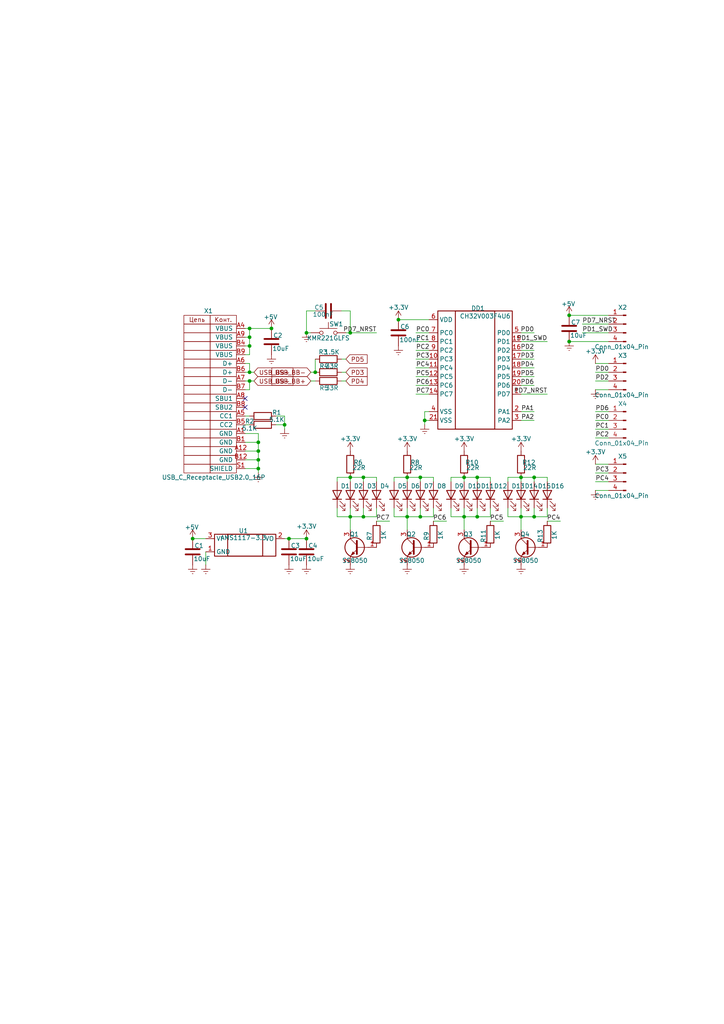
<source format=kicad_sch>
(kicad_sch (version 20250114) (generator "eeschema") (generator_version "9.0")
  (paper "A4" portrait)
  (lib_symbols
    (symbol "Connector:Conn_01x04_Pin" (pin_names (offset 1.016) (hide yes))
      (property "Reference" "J" (at 0 5.08 0))
      (property "Value" "Conn_01x04_Pin" (at 0 -7.62 0))
      (symbol "Conn_01x04_Pin_1_1"
        (rectangle (start 0.8636 2.667) (end 0 2.413) (stroke (width 0.1524)) (fill (type outline)))
        (rectangle (start 0.8636 0.127) (end 0 -0.127) (stroke (width 0.1524)) (fill (type outline)))
        (rectangle (start 0.8636 -2.413) (end 0 -2.667) (stroke (width 0.1524)) (fill (type outline)))
        (rectangle (start 0.8636 -4.953) (end 0 -5.207) (stroke (width 0.1524)) (fill (type outline)))
        (polyline (pts (xy 1.27 2.54) (xy 0.8636 2.54)) (stroke (width 0.1524)))
        (polyline (pts (xy 1.27 0) (xy 0.8636 0)) (stroke (width 0.1524)))
        (polyline (pts (xy 1.27 -2.54) (xy 0.8636 -2.54)) (stroke (width 0.1524)))
        (polyline (pts (xy 1.27 -5.08) (xy 0.8636 -5.08)) (stroke (width 0.1524)))
        (pin passive line (at 5.08 2.54 180) (length 3.81) (name "Pin_1") (number "1"))
        (pin passive line (at 5.08 0 180) (length 3.81) (name "Pin_2") (number "2"))
        (pin passive line (at 5.08 -2.54 180) (length 3.81) (name "Pin_3") (number "3"))
        (pin passive line (at 5.08 -5.08 180) (length 3.81) (name "Pin_4") (number "4"))
      )
    )
    (symbol "Device:C" (pin_numbers (hide yes)) (pin_names (offset 0.254))
      (property "Reference" "C" (at 0.635 2.54 0))
      (property "Value" "C" (at 0.635 -2.54 0))
      (symbol "C_0_1"
        (polyline (pts (xy -2.032 0.762) (xy 2.032 0.762)) (stroke (width 0.508)))
        (polyline (pts (xy -2.032 -0.762) (xy 2.032 -0.762)) (stroke (width 0.508)))
      )
      (symbol "C_1_1"
        (pin passive line (at 0 3.81 270) (length 2.794) (name "~") (number "1"))
        (pin passive line (at 0 -3.81 90) (length 2.794) (name "~") (number "2"))
      )
    )
    (symbol "Device:LED" (pin_numbers (hide yes)) (pin_names (offset 1.016) (hide yes))
      (property "Reference" "D" (at 0 2.54 0))
      (property "Value" "LED" (at 0 -2.54 0))
      (symbol "LED_0_1"
        (polyline (pts (xy -3.048 -0.762) (xy -4.572 -2.286) (xy -3.81 -2.286) (xy -4.572 -2.286) (xy -4.572 -1.524)))
        (polyline (pts (xy -1.778 -0.762) (xy -3.302 -2.286) (xy -2.54 -2.286) (xy -3.302 -2.286) (xy -3.302 -1.524)))
        (polyline (pts (xy -1.27 0) (xy 1.27 0)))
        (polyline (pts (xy -1.27 -1.27) (xy -1.27 1.27)) (stroke (width 0.254)))
        (polyline (pts (xy 1.27 -1.27) (xy 1.27 1.27) (xy -1.27 0) (xy 1.27 -1.27)) (stroke (width 0.254)))
      )
      (symbol "LED_1_1"
        (pin passive line (at -3.81 0 0) (length 2.54) (name "K") (number "1"))
        (pin passive line (at 3.81 0 180) (length 2.54) (name "A") (number "2"))
      )
    )
    (symbol "Device:R" (pin_numbers (hide yes)) (pin_names (offset 0))
      (property "Reference" "R" (at 2.032 0 90))
      (property "Value" "R" (at 0 0 90))
      (symbol "R_0_1"
        (rectangle (start -1.016 -2.54) (end 1.016 2.54) (stroke (width 0.254)))
      )
      (symbol "R_1_1"
        (pin passive line (at 0 3.81 270) (length 1.27) (name "~") (number "1"))
        (pin passive line (at 0 -3.81 90) (length 1.27) (name "~") (number "2"))
      )
    )
    (symbol "MCU_WCH_CH32V0:CH32V003FxUx"
      (property "Reference" "DD1" (at 0.762 19.812 0))
      (property "Value" "CH32V003F4U6" (at -2.54 17.526 0))
      (symbol "CH32V003FxUx_1_1"
        (rectangle (start -8.89 19.05) (end 12.7 -15.24) (stroke (width 0.254)))
        (rectangle (start -3.81 19.05) (end 7.62 -15.24) (stroke (width 0.254)))
        (pin power_in line (at -11.43 16.51 0) (length 2.54) (name "VDD") (number "6"))
        (pin bidirectional line (at -11.43 12.7 0) (length 2.54) (name "PC0") (number "7"))
        (pin bidirectional line (at -11.43 10.16 0) (length 2.54) (name "PC1") (number "8"))
        (pin bidirectional line (at -11.43 7.62 0) (length 2.54) (name "PC2") (number "9"))
        (pin bidirectional line (at -11.43 5.08 0) (length 2.54) (name "PC3") (number "10"))
        (pin bidirectional line (at -11.43 2.54 0) (length 2.54) (name "PC4") (number "11"))
        (pin bidirectional line (at -11.43 0 0) (length 2.54) (name "PC5") (number "12"))
        (pin bidirectional line (at -11.43 -2.54 0) (length 2.54) (name "PC6") (number "13"))
        (pin bidirectional line (at -11.43 -5.08 0) (length 2.54) (name "PC7") (number "14"))
        (pin power_in line (at -11.43 -10.16 0) (length 2.54) (name "VSS") (number "4"))
        (pin passive line (at -11.43 -12.7 0) (length 2.54) (name "VSS") (number "21"))
        (pin bidirectional line (at 15.24 12.7 180) (length 2.54) (name "PD0") (number "5"))
        (pin bidirectional line (at 15.24 10.16 180) (length 2.54) (name "PD1") (number "15"))
        (pin bidirectional line (at 15.24 7.62 180) (length 2.54) (name "PD2") (number "16"))
        (pin bidirectional line (at 15.24 5.08 180) (length 2.54) (name "PD3") (number "17"))
        (pin bidirectional line (at 15.24 2.54 180) (length 2.54) (name "PD4") (number "18"))
        (pin bidirectional line (at 15.24 0 180) (length 2.54) (name "PD5") (number "19"))
        (pin bidirectional line (at 15.24 -2.54 180) (length 2.54) (name "PD6") (number "20"))
        (pin bidirectional line (at 15.24 -5.08 180) (length 2.54) (name "PD7") (number "1"))
        (pin bidirectional line (at 15.24 -10.16 180) (length 2.54) (name "PA1") (number "2"))
        (pin bidirectional line (at 15.24 -12.7 180) (length 2.54) (name "PA2") (number "3"))
      )
    )
    (symbol "Regulator_Linear:AMS1117-3.3"
      (property "Reference" "U2" (at 0.762 3.556 0))
      (property "Value" "AMS1117-3.3" (at 0.762 1.524 0))
      (symbol "AMS1117-3.3_0_1"
        (rectangle (start -7.62 2.54) (end 10.16 -3.81) (stroke (width 0.254)))
        (rectangle (start -3.81 2.54) (end 6.35 -3.81) (stroke (width 0.254)))
      )
      (symbol "AMS1117-3.3_1_1"
        (pin power_in line (at -10.16 1.27 0) (length 2.54) (name "VI") (number "3"))
        (pin power_in line (at -10.16 -2.54 0) (length 2.54) (name "GND") (number "1"))
        (pin power_out line (at 12.7 1.27 180) (length 2.54) (name "VO") (number "2"))
      )
    )
    (symbol "Switch:SW_Push" (pin_numbers (hide yes)) (pin_names (offset 1.016) (hide yes))
      (property "Reference" "SW" (at 1.27 2.54 0))
      (property "Value" "SW_Push" (at 0 -1.524 0))
      (symbol "SW_Push_0_1"
        (circle (center -2.032 0) (radius 0.508))
        (polyline (pts (xy 0 1.27) (xy 0 3.048)))
        (circle (center 2.032 0) (radius 0.508))
        (polyline (pts (xy 2.54 1.27) (xy -2.54 1.27)))
        (pin passive line (at -5.08 0 0) (length 2.54) (name "1") (number "1"))
        (pin passive line (at 5.08 0 180) (length 2.54) (name "2") (number "2"))
      )
    )
    (symbol "Transistor_BJT:SS8050" (pin_names (offset 0) (hide yes))
      (property "Reference" "Q" (at 5.08 1.905 0))
      (property "Value" "SS8050" (at 5.08 0 0))
      (symbol "SS8050_0_1"
        (polyline (pts (xy -2.54 0) (xy 0.635 0)))
        (polyline (pts (xy 0.635 1.905) (xy 0.635 -1.905)) (stroke (width 0.508)))
        (circle (center 1.27 0) (radius 2.8194) (stroke (width 0.254)))
      )
      (symbol "SS8050_1_1"
        (polyline (pts (xy 0.635 0.635) (xy 2.54 2.54)))
        (polyline (pts (xy 0.635 -0.635) (xy 2.54 -2.54)))
        (polyline (pts (xy 1.27 -1.778) (xy 1.778 -1.27) (xy 2.286 -2.286) (xy 1.27 -1.778)) (fill (type outline)))
        (pin input line (at -5.08 0 0) (length 2.54) (name "B") (number "1"))
        (pin passive line (at 2.54 5.08 270) (length 2.54) (name "C") (number "3"))
        (pin passive line (at 2.54 -5.08 90) (length 2.54) (name "E") (number "2"))
      )
    )
    (symbol "USB_C_Receptacle_USB2.0_16P_1" (pin_names (offset 1.016))
      (property "Reference" "X2" (at 2.032 20.32 0))
      (property "Value" "USB_C_Receptacle_USB2.0_16P" (at 3.556 -27.94 0))
      (symbol "USB_C_Receptacle_USB2.0_16P_1_0_1"
        (rectangle (start -5.08 19.05) (end 2.54 16.51))
        (rectangle (start -5.08 16.51) (end 2.54 13.97))
        (rectangle (start -5.08 13.97) (end 2.54 11.43))
        (rectangle (start -5.08 11.43) (end 2.54 8.89))
        (rectangle (start -5.08 8.89) (end 2.54 6.35))
        (rectangle (start -5.08 6.35) (end 2.54 3.81))
        (rectangle (start -5.08 3.81) (end 2.54 1.27))
        (rectangle (start -5.08 1.27) (end 2.54 -1.27))
        (rectangle (start -5.08 -1.27) (end 2.54 -3.81))
        (rectangle (start -5.08 -3.81) (end 2.54 -6.35))
        (rectangle (start -5.08 -6.35) (end 2.54 -8.89))
        (rectangle (start -5.08 -8.89) (end 2.54 -11.43))
        (rectangle (start -5.08 -11.43) (end 2.54 -13.97))
        (rectangle (start -5.08 -13.97) (end 2.54 -16.51))
        (rectangle (start -5.08 -16.51) (end 2.54 -19.05))
        (rectangle (start -5.08 -19.05) (end 2.54 -21.59))
        (rectangle (start -5.08 -21.59) (end 2.54 -24.13))
        (rectangle (start -5.08 -24.13) (end 2.54 -26.67))
        (rectangle (start 2.54 19.05) (end 10.16 16.51))
        (rectangle (start 2.54 16.51) (end 10.16 13.97))
        (rectangle (start 2.54 13.97) (end 10.16 11.43))
        (rectangle (start 2.54 11.43) (end 10.16 8.89))
        (rectangle (start 2.54 8.89) (end 10.16 6.35))
        (rectangle (start 2.54 6.35) (end 10.16 3.81))
        (rectangle (start 2.54 3.81) (end 10.16 1.27))
        (rectangle (start 2.54 1.27) (end 10.16 -1.27))
        (rectangle (start 2.54 -1.27) (end 10.16 -3.81))
        (rectangle (start 2.54 -3.81) (end 10.16 -6.35))
        (rectangle (start 2.54 -6.35) (end 10.16 -8.89))
        (rectangle (start 2.54 -8.89) (end 10.16 -11.43))
        (rectangle (start 2.54 -11.43) (end 10.16 -13.97))
        (rectangle (start 2.54 -13.97) (end 10.16 -16.51))
        (rectangle (start 2.54 -16.51) (end 10.16 -19.05))
        (rectangle (start 2.54 -19.05) (end 10.16 -21.59))
        (rectangle (start 2.54 -21.59) (end 10.16 -24.13))
        (rectangle (start 2.54 -24.13) (end 10.16 -26.67))
      )
      (symbol "USB_C_Receptacle_USB2.0_16P_1_1_1"
        (text "Цепь" (at -1.27 17.78 0) (effects (font (size 1.27 1.27))))
        (text "Конт." (at 6.35 17.78 0) (effects (font (size 1.27 1.27))))
        (pin passive line (at 12.7 15.24 180) (length 2.54) (name "VBUS") (number "A4"))
        (pin passive line (at 12.7 12.7 180) (length 2.54) (name "VBUS") (number "A9"))
        (pin passive line (at 12.7 10.16 180) (length 2.54) (name "VBUS") (number "B4"))
        (pin passive line (at 12.7 7.62 180) (length 2.54) (name "VBUS") (number "B9"))
        (pin bidirectional line (at 12.7 5.08 180) (length 2.54) (name "D+") (number "A6"))
        (pin bidirectional line (at 12.7 2.54 180) (length 2.54) (name "D+") (number "B6"))
        (pin bidirectional line (at 12.7 0 180) (length 2.54) (name "D-") (number "A7"))
        (pin bidirectional line (at 12.7 -2.54 180) (length 2.54) (name "D-") (number "B7"))
        (pin bidirectional line (at 12.7 -5.08 180) (length 2.54) (name "SBU1") (number "A8"))
        (pin bidirectional line (at 12.7 -7.62 180) (length 2.54) (name "SBU2") (number "B8"))
        (pin bidirectional line (at 12.7 -10.16 180) (length 2.54) (name "CC1") (number "A5"))
        (pin bidirectional line (at 12.7 -12.7 180) (length 2.54) (name "CC2") (number "B5"))
        (pin input line (at 12.7 -15.24 180) (length 2.54) (name "GND") (number "A1"))
        (pin input line (at 12.7 -17.78 180) (length 2.54) (name "GND") (number "B1"))
        (pin input line (at 12.7 -20.32 180) (length 2.54) (name "GND") (number "A12"))
        (pin input line (at 12.7 -22.86 180) (length 2.54) (name "GND") (number "B12"))
        (pin passive line (at 12.7 -25.4 180) (length 2.54) (name "SHIELD") (number "S1"))
      )
    )
    (symbol "power:+3.3V" (power) (pin_numbers (hide yes)) (pin_names (offset 0) (hide yes))
      (property "Value" "+3.3V" (at 0 3.556 0))
      (symbol "+3.3V_0_1"
        (polyline (pts (xy -0.762 1.27) (xy 0 2.54)))
        (polyline (pts (xy 0 2.54) (xy 0.762 1.27)))
        (polyline (pts (xy 0 0) (xy 0 2.54)))
      )
      (symbol "+3.3V_1_1"
        (pin power_in line (at 0 0 90) (length 0) (name "~") (number "1"))
      )
    )
    (symbol "power:Earth" (power) (pin_numbers (hide yes)) (pin_names (offset 0) (hide yes))
      (property "Value" "Earth" (at 0 -3.81 0))
      (symbol "Earth_0_1"
        (polyline (pts (xy -0.635 -1.905) (xy 0.635 -1.905)))
        (polyline (pts (xy -0.127 -2.54) (xy 0.127 -2.54)))
        (polyline (pts (xy 0 -1.27) (xy 0 0)))
        (polyline (pts (xy 1.27 -1.27) (xy -1.27 -1.27)))
      )
      (symbol "Earth_1_1"
        (pin power_in line (at 0 0 270) (length 0) (name "~") (number "1"))
      )
    )
  )
  (junction (at 151.13 149.86))
  (junction (at 88.9 96.52))
  (junction (at 134.62 138.43))
  (junction (at 74.93 130.81))
  (junction (at 72.39 97.79))
  (junction (at 82.55 123.19))
  (junction (at 118.11 138.43))
  (junction (at 165.1 99.06))
  (junction (at 78.74 95.25))
  (junction (at 138.43 138.43))
  (junction (at 134.62 149.86))
  (junction (at 121.92 138.43))
  (junction (at 154.94 138.43))
  (junction (at 83.82 156.21))
  (junction (at 72.39 107.95))
  (junction (at 118.11 149.86))
  (junction (at 121.92 149.86))
  (junction (at 74.93 133.35))
  (junction (at 165.1 91.44))
  (junction (at 138.43 149.86))
  (junction (at 101.6 138.43))
  (junction (at 91.44 107.95))
  (junction (at 88.9 156.21))
  (junction (at 72.39 110.49))
  (junction (at 151.13 138.43))
  (junction (at 154.94 149.86))
  (junction (at 74.93 128.27))
  (junction (at 105.41 138.43))
  (junction (at 101.6 149.86))
  (junction (at 105.41 149.86))
  (junction (at 72.39 95.25))
  (junction (at 55.88 156.21))
  (junction (at 101.6 96.52))
  (junction (at 123.19 121.92))
  (junction (at 74.93 135.89))
  (junction (at 72.39 100.33))
  (junction (at 115.57 92.71))
  (no_connect (at 71.12 118.11))
  (no_connect (at 71.12 115.57))
  (wire (pts (xy 125.73 138.43) (xy 121.92 138.43)))
  (wire (pts (xy 91.44 90.17) (xy 88.9 90.17)))
  (wire (pts (xy 129.54 151.13) (xy 125.73 151.13)))
  (wire (pts (xy 105.41 147.32) (xy 105.41 149.86)))
  (wire (pts (xy 59.69 160.02) (xy 59.69 163.83)))
  (wire (pts (xy 114.3 147.32) (xy 114.3 149.86)))
  (wire (pts (xy 151.13 149.86) (xy 151.13 153.67)))
  (wire (pts (xy 134.62 149.86) (xy 138.43 149.86)))
  (wire (pts (xy 151.13 138.43) (xy 154.94 138.43)))
  (wire (pts (xy 74.93 128.27) (xy 74.93 130.81)))
  (wire (pts (xy 114.3 149.86) (xy 118.11 149.86)))
  (wire (pts (xy 151.13 138.43) (xy 151.13 139.7)))
  (wire (pts (xy 134.62 149.86) (xy 134.62 153.67)))
  (wire (pts (xy 71.12 100.33) (xy 72.39 100.33)))
  (wire (pts (xy 168.91 96.52) (xy 176.53 96.52)))
  (wire (pts (xy 165.1 91.44) (xy 176.53 91.44)))
  (wire (pts (xy 172.72 127) (xy 176.53 127)))
  (wire (pts (xy 123.19 121.92) (xy 123.19 119.38)))
  (wire (pts (xy 154.94 139.7) (xy 154.94 138.43)))
  (wire (pts (xy 138.43 139.7) (xy 138.43 138.43)))
  (wire (pts (xy 101.6 138.43) (xy 105.41 138.43)))
  (wire (pts (xy 142.24 139.7) (xy 142.24 138.43)))
  (wire (pts (xy 130.81 149.86) (xy 134.62 149.86)))
  (wire (pts (xy 74.93 135.89) (xy 74.93 137.16)))
  (wire (pts (xy 99.06 110.49) (xy 100.33 110.49)))
  (wire (pts (xy 154.94 147.32) (xy 154.94 149.86)))
  (wire (pts (xy 72.39 123.19) (xy 71.12 123.19)))
  (wire (pts (xy 154.94 106.68) (xy 151.13 106.68)))
  (wire (pts (xy 114.3 138.43) (xy 118.11 138.43)))
  (wire (pts (xy 158.75 99.06) (xy 151.13 99.06)))
  (wire (pts (xy 120.65 114.3) (xy 124.46 114.3)))
  (wire (pts (xy 130.81 139.7) (xy 130.81 138.43)))
  (wire (pts (xy 147.32 147.32) (xy 147.32 149.86)))
  (wire (pts (xy 130.81 147.32) (xy 130.81 149.86)))
  (wire (pts (xy 55.88 156.21) (xy 59.69 156.21)))
  (wire (pts (xy 118.11 147.32) (xy 118.11 149.86)))
  (wire (pts (xy 71.12 97.79) (xy 72.39 97.79)))
  (wire (pts (xy 118.11 138.43) (xy 118.11 139.7)))
  (wire (pts (xy 172.72 139.7) (xy 176.53 139.7)))
  (wire (pts (xy 109.22 147.32) (xy 109.22 149.86)))
  (wire (pts (xy 154.94 121.92) (xy 151.13 121.92)))
  (wire (pts (xy 142.24 149.86) (xy 138.43 149.86)))
  (wire (pts (xy 158.75 114.3) (xy 151.13 114.3)))
  (wire (pts (xy 74.93 130.81) (xy 74.93 133.35)))
  (wire (pts (xy 109.22 138.43) (xy 105.41 138.43)))
  (wire (pts (xy 172.72 142.24) (xy 176.53 142.24)))
  (wire (pts (xy 74.93 133.35) (xy 74.93 135.89)))
  (wire (pts (xy 72.39 107.95) (xy 71.12 107.95)))
  (wire (pts (xy 158.75 139.7) (xy 158.75 138.43)))
  (wire (pts (xy 101.6 147.32) (xy 101.6 149.86)))
  (wire (pts (xy 168.91 93.98) (xy 176.53 93.98)))
  (wire (pts (xy 172.72 119.38) (xy 176.53 119.38)))
  (wire (pts (xy 115.57 92.71) (xy 124.46 92.71)))
  (wire (pts (xy 90.17 110.49) (xy 91.44 110.49)))
  (wire (pts (xy 134.62 138.43) (xy 134.62 139.7)))
  (wire (pts (xy 97.79 139.7) (xy 97.79 138.43)))
  (wire (pts (xy 99.06 104.14) (xy 100.33 104.14)))
  (wire (pts (xy 101.6 96.52) (xy 109.22 96.52)))
  (wire (pts (xy 147.32 138.43) (xy 151.13 138.43)))
  (wire (pts (xy 151.13 149.86) (xy 154.94 149.86)))
  (wire (pts (xy 90.17 107.95) (xy 91.44 107.95)))
  (wire (pts (xy 72.39 100.33) (xy 72.39 97.79)))
  (wire (pts (xy 71.12 128.27) (xy 74.93 128.27)))
  (wire (pts (xy 71.12 133.35) (xy 74.93 133.35)))
  (wire (pts (xy 99.06 107.95) (xy 100.33 107.95)))
  (wire (pts (xy 134.62 147.32) (xy 134.62 149.86)))
  (wire (pts (xy 158.75 147.32) (xy 158.75 149.86)))
  (wire (pts (xy 71.12 125.73) (xy 74.93 125.73)))
  (wire (pts (xy 151.13 147.32) (xy 151.13 149.86)))
  (wire (pts (xy 118.11 149.86) (xy 121.92 149.86)))
  (wire (pts (xy 154.94 111.76) (xy 151.13 111.76)))
  (wire (pts (xy 154.94 119.38) (xy 151.13 119.38)))
  (wire (pts (xy 125.73 139.7) (xy 125.73 138.43)))
  (wire (pts (xy 97.79 138.43) (xy 101.6 138.43)))
  (wire (pts (xy 101.6 96.52) (xy 100.33 96.52)))
  (wire (pts (xy 72.39 110.49) (xy 72.39 113.03)))
  (wire (pts (xy 118.11 138.43) (xy 121.92 138.43)))
  (wire (pts (xy 72.39 95.25) (xy 78.74 95.25)))
  (wire (pts (xy 147.32 149.86) (xy 151.13 149.86)))
  (wire (pts (xy 88.9 96.52) (xy 90.17 96.52)))
  (wire (pts (xy 142.24 151.13) (xy 146.05 151.13)))
  (wire (pts (xy 114.3 139.7) (xy 114.3 138.43)))
  (wire (pts (xy 154.94 109.22) (xy 151.13 109.22)))
  (wire (pts (xy 158.75 151.13) (xy 162.56 151.13)))
  (wire (pts (xy 97.79 149.86) (xy 101.6 149.86)))
  (wire (pts (xy 125.73 147.32) (xy 125.73 149.86)))
  (wire (pts (xy 72.39 110.49) (xy 71.12 110.49)))
  (wire (pts (xy 101.6 149.86) (xy 105.41 149.86)))
  (wire (pts (xy 123.19 121.92) (xy 124.46 121.92)))
  (wire (pts (xy 172.72 124.46) (xy 176.53 124.46)))
  (wire (pts (xy 82.55 124.46) (xy 82.55 123.19)))
  (wire (pts (xy 72.39 113.03) (xy 71.12 113.03)))
  (wire (pts (xy 71.12 95.25) (xy 72.39 95.25)))
  (wire (pts (xy 101.6 138.43) (xy 101.6 139.7)))
  (wire (pts (xy 91.44 104.14) (xy 91.44 107.95)))
  (wire (pts (xy 105.41 139.7) (xy 105.41 138.43)))
  (wire (pts (xy 154.94 101.6) (xy 151.13 101.6)))
  (wire (pts (xy 120.65 106.68) (xy 124.46 106.68)))
  (wire (pts (xy 73.66 110.49) (xy 72.39 110.49)))
  (wire (pts (xy 72.39 107.95) (xy 73.66 107.95)))
  (wire (pts (xy 74.93 125.73) (xy 74.93 128.27)))
  (wire (pts (xy 72.39 105.41) (xy 71.12 105.41)))
  (wire (pts (xy 82.55 120.65) (xy 80.01 120.65)))
  (wire (pts (xy 83.82 156.21) (xy 88.9 156.21)))
  (wire (pts (xy 120.65 109.22) (xy 124.46 109.22)))
  (wire (pts (xy 120.65 111.76) (xy 124.46 111.76)))
  (wire (pts (xy 97.79 147.32) (xy 97.79 149.86)))
  (wire (pts (xy 71.12 102.87) (xy 72.39 102.87)))
  (wire (pts (xy 165.1 99.06) (xy 176.53 99.06)))
  (wire (pts (xy 72.39 102.87) (xy 72.39 100.33)))
  (wire (pts (xy 72.39 120.65) (xy 71.12 120.65)))
  (wire (pts (xy 113.03 151.13) (xy 109.22 151.13)))
  (wire (pts (xy 72.39 107.95) (xy 72.39 105.41)))
  (wire (pts (xy 172.72 113.03) (xy 176.53 113.03)))
  (wire (pts (xy 172.72 110.49) (xy 176.53 110.49)))
  (wire (pts (xy 147.32 139.7) (xy 147.32 138.43)))
  (wire (pts (xy 172.72 121.92) (xy 176.53 121.92)))
  (wire (pts (xy 109.22 139.7) (xy 109.22 138.43)))
  (wire (pts (xy 154.94 104.14) (xy 151.13 104.14)))
  (wire (pts (xy 101.6 90.17) (xy 101.6 96.52)))
  (wire (pts (xy 121.92 139.7) (xy 121.92 138.43)))
  (wire (pts (xy 80.01 123.19) (xy 82.55 123.19)))
  (wire (pts (xy 120.65 99.06) (xy 124.46 99.06)))
  (wire (pts (xy 172.72 105.41) (xy 176.53 105.41)))
  (wire (pts (xy 134.62 138.43) (xy 138.43 138.43)))
  (wire (pts (xy 172.72 107.95) (xy 176.53 107.95)))
  (wire (pts (xy 72.39 97.79) (xy 72.39 95.25)))
  (wire (pts (xy 71.12 130.81) (xy 74.93 130.81)))
  (wire (pts (xy 154.94 96.52) (xy 151.13 96.52)))
  (wire (pts (xy 118.11 149.86) (xy 118.11 153.67)))
  (wire (pts (xy 82.55 123.19) (xy 82.55 120.65)))
  (wire (pts (xy 130.81 138.43) (xy 134.62 138.43)))
  (wire (pts (xy 121.92 147.32) (xy 121.92 149.86)))
  (wire (pts (xy 123.19 123.19) (xy 123.19 121.92)))
  (wire (pts (xy 99.06 90.17) (xy 101.6 90.17)))
  (wire (pts (xy 172.72 137.16) (xy 176.53 137.16)))
  (wire (pts (xy 101.6 149.86) (xy 101.6 153.67)))
  (wire (pts (xy 109.22 149.86) (xy 105.41 149.86)))
  (wire (pts (xy 158.75 138.43) (xy 154.94 138.43)))
  (wire (pts (xy 88.9 90.17) (xy 88.9 96.52)))
  (wire (pts (xy 125.73 149.86) (xy 121.92 149.86)))
  (wire (pts (xy 120.65 101.6) (xy 124.46 101.6)))
  (wire (pts (xy 172.72 134.62) (xy 176.53 134.62)))
  (wire (pts (xy 142.24 138.43) (xy 138.43 138.43)))
  (wire (pts (xy 71.12 135.89) (xy 74.93 135.89)))
  (wire (pts (xy 138.43 147.32) (xy 138.43 149.86)))
  (wire (pts (xy 123.19 119.38) (xy 124.46 119.38)))
  (wire (pts (xy 120.65 96.52) (xy 124.46 96.52)))
  (wire (pts (xy 142.24 147.32) (xy 142.24 149.86)))
  (wire (pts (xy 83.82 156.21) (xy 82.55 156.21)))
  (wire (pts (xy 158.75 149.86) (xy 154.94 149.86)))
  (wire (pts (xy 120.65 104.14) (xy 124.46 104.14)))
  (label "PC2" (at 120.65 101.6 0))
  (label "PD5" (at 154.94 109.22 180))
  (label "PC4" (at 172.72 139.7 0))
  (label "PD2" (at 172.72 110.49 0))
  (label "PD7_NRST" (at 158.75 114.3 180))
  (label "PD0" (at 172.72 107.95 0))
  (label "PD7_NRST" (at 168.91 93.98 0))
  (label "PD2" (at 154.94 101.6 180))
  (label "PA1" (at 154.94 119.38 180))
  (label "PC4" (at 162.56 151.13 180))
  (label "PC7" (at 113.03 151.13 180))
  (label "PC3" (at 172.72 137.16 0))
  (label "PD6" (at 154.94 111.76 180))
  (label "PD6" (at 172.72 119.38 0))
  (label "PD4" (at 154.94 106.68 180))
  (label "PC5" (at 146.05 151.13 180))
  (label "PC4" (at 120.65 106.68 0))
  (label "PD3" (at 154.94 104.14 180))
  (label "PC1" (at 172.72 124.46 0))
  (label "PD0" (at 154.94 96.52 180))
  (label "PD1_SWD" (at 168.91 96.52 0))
  (label "PC5" (at 120.65 109.22 0))
  (label "PD7_NRST" (at 109.22 96.52 180))
  (label "PD1_SWD" (at 158.75 99.06 180))
  (label "PC0" (at 172.72 121.92 0))
  (label "PC1" (at 120.65 99.06 0))
  (label "PC0" (at 120.65 96.52 0))
  (label "PA2" (at 154.94 121.92 180))
  (label "PC6" (at 120.65 111.76 0))
  (label "PC6" (at 129.54 151.13 180))
  (label "PC7" (at 120.65 114.3 0))
  (label "PC3" (at 120.65 104.14 0))
  (label "PC2" (at 172.72 127 0))
  (global_label "USB_BB+" (shape input) (at 73.66 107.95 0) (property "Intersheetrefs" "${INTERSHEET_REFS}" (effects (hide yes))))
  (global_label "PD4" (shape input) (at 100.33 110.49 0) (property "Intersheetrefs" "${INTERSHEET_REFS}" (effects (hide yes))))
  (global_label "PD5" (shape input) (at 100.33 104.14 0) (property "Intersheetrefs" "${INTERSHEET_REFS}" (effects (hide yes))))
  (global_label "USB_BB+" (shape input) (at 90.17 110.49 180) (property "Intersheetrefs" "${INTERSHEET_REFS}" (effects (hide yes))))
  (global_label "USB_BB-" (shape input) (at 90.17 107.95 180) (property "Intersheetrefs" "${INTERSHEET_REFS}" (effects (hide yes))))
  (global_label "PD3" (shape input) (at 100.33 107.95 0) (property "Intersheetrefs" "${INTERSHEET_REFS}" (effects (hide yes))))
  (global_label "USB_BB-" (shape input) (at 73.66 110.49 0) (property "Intersheetrefs" "${INTERSHEET_REFS}" (effects (hide yes))))
  (symbol (lib_id "power:Earth") (at 123.19 123.19 0) (unit 1)
    (property "Reference" "#PWR018" (effects (hide yes)))
    (property "Value" "Earth" (effects (hide yes)))
    (property "Description" "Power symbol creates a global label with name \"Earth\"" (effects (hide yes)))
  )
  (symbol (lib_id "power:+3.3V") (at 88.9 156.21 0) (unit 1)
    (property "Reference" "#PWR010" (effects (hide yes)))
    (property "Value" "+3.3V" (at 88.9 152.654 0))
    (property "Description" "Power symbol creates a global label with name \"+3.3V\"" (effects (hide yes)))
  )
  (symbol (lib_id "MCU_WCH_CH32V0:CH32V003FxUx") (at 135.89 109.22 0) (unit 1)
    (property "Reference" "DD1" (at 136.652 89.408 0) (effects (justify left)))
    (property "Value" "CH32V003F4U6" (at 133.35 91.694 0) (effects (justify left)))
    (property "Footprint" "Package_DFN_QFN:QFN-20-1EP_3x3mm_P0.4mm_EP1.65x1.65mm" (effects (hide yes)))
    (property "Datasheet" "https://www.wch-ic.com/products/CH32V003.html" (effects (hide yes)))
    (property "Description" "CH32V003 series are industrial-grade general-purpose microcontrollers designed based on 32-bit RISC-V instruction set and architecture. It adopts QingKe V2A core, RV32EC instruction set, and supports 2 levels of interrupt nesting. The series are mounted with rich peripheral interfaces and function modules. Its internal organizational structure meets the low-cost and low-power embedded application scenarios." (effects (hide yes)))
  )
  (symbol (lib_id "Device:C") (at 83.82 160.02 0) (unit 1)
    (property "Reference" "C3" (at 84.328 158.242 0) (effects (justify left)))
    (property "Value" "10uF" (at 84.074 162.052 0) (effects (justify left)))
    (property "Footprint" "Capacitor_SMD:C_0402_1005Metric" (effects (hide yes)))
    (property "Description" "Unpolarized capacitor" (effects (hide yes)))
  )
  (symbol (lib_id "Device:R") (at 118.11 134.62 0) (unit 1)
    (property "Reference" "R8" (at 120.396 134.112 0))
    (property "Value" "22R" (at 120.65 135.636 0))
    (property "Footprint" "PCM_Resistor_SMD_AKL:R_0603_1608Metric" (effects (hide yes)))
    (property "Description" "Resistor" (effects (hide yes)))
  )
  (symbol (lib_id "Switch:SW_Push") (at 95.25 96.52 0) (unit 1)
    (property "Reference" "SW1" (at 97.536 93.98 0))
    (property "Value" "KMR221GLFS" (at 95.25 98.044 0))
    (property "Footprint" "Button_Switch_SMD:SW_SPST_PTS810" (effects (hide yes)))
    (property "Description" "Push button switch, generic, two pins" (effects (hide yes)))
  )
  (symbol (lib_id "Device:LED") (at 121.92 143.51 90) (unit 1)
    (property "Reference" "D7" (at 122.936 140.97 90) (effects (justify right)))
    (property "Value" "LED 0402" (effects (hide yes)))
    (property "Footprint" "LED_SMD:LED_0402_1005Metric" (effects (hide yes)))
    (property "Description" "Light emitting diode" (effects (hide yes)))
    (property "Sim.Pins" "1=K 2=A" (effects (hide yes)))
  )
  (symbol (lib_id "Device:LED") (at 109.22 143.51 90) (unit 1)
    (property "Reference" "D4" (at 110.236 140.97 90) (effects (justify right)))
    (property "Value" "LED 0402" (effects (hide yes)))
    (property "Footprint" "LED_SMD:LED_0402_1005Metric" (effects (hide yes)))
    (property "Description" "Light emitting diode" (effects (hide yes)))
    (property "Sim.Pins" "1=K 2=A" (effects (hide yes)))
  )
  (symbol (lib_id "power:+3.3V") (at 55.88 156.21 0) (unit 1)
    (property "Reference" "#PWR01" (effects (hide yes)))
    (property "Value" "+5V" (at 55.626 152.908 0))
    (property "Description" "Power symbol creates a global label with name \"+3.3V\"" (effects (hide yes)))
  )
  (symbol (lib_id "power:+3.3V") (at 151.13 130.81 0) (unit 1)
    (property "Reference" "#PWR021" (effects (hide yes)))
    (property "Value" "+3.3V" (at 151.13 127.254 0))
    (property "Description" "Power symbol creates a global label with name \"+3.3V\"" (effects (hide yes)))
  )
  (symbol (lib_id "Connector:Conn_01x04_Pin") (at 181.61 107.95 0) (mirror y) (unit 1)
    (property "Reference" "X3" (at 180.594 103.124 0))
    (property "Value" "Conn_01x04_Pin" (at 180.34 114.554 0))
    (property "Footprint" "Connector_PinHeader_2.54mm:PinHeader_1x04_P2.54mm_Vertical" (effects (hide yes)))
    (property "Description" "Generic connector, single row, 01x04, script generated" (effects (hide yes)))
  )
  (symbol (lib_id "power:Earth") (at 172.72 113.03 0) (unit 1)
    (property "Reference" "#PWR027" (effects (hide yes)))
    (property "Value" "Earth" (effects (hide yes)))
    (property "Description" "Power symbol creates a global label with name \"Earth\"" (effects (hide yes)))
  )
  (symbol (lib_id "power:+3.3V") (at 101.6 130.81 0) (unit 1)
    (property "Reference" "#PWR012" (effects (hide yes)))
    (property "Value" "+3.3V" (at 101.6 127.254 0))
    (property "Description" "Power symbol creates a global label with name \"+3.3V\"" (effects (hide yes)))
  )
  (symbol (lib_id "Device:C") (at 115.57 96.52 0) (unit 1)
    (property "Reference" "C6" (at 116.078 94.742 0) (effects (justify left)))
    (property "Value" "100nF" (at 115.824 98.552 0) (effects (justify left)))
    (property "Footprint" "Capacitor_SMD:C_0402_1005Metric" (effects (hide yes)))
    (property "Description" "Unpolarized capacitor" (effects (hide yes)))
  )
  (symbol (lib_id "Device:R") (at 101.6 134.62 0) (unit 1)
    (property "Reference" "R6" (at 103.886 134.112 0))
    (property "Value" "22R" (at 104.14 135.636 0))
    (property "Footprint" "PCM_Resistor_SMD_AKL:R_0603_1608Metric" (effects (hide yes)))
    (property "Description" "Resistor" (effects (hide yes)))
  )
  (symbol (lib_id "Transistor_BJT:SS8050") (at 104.14 158.75 0) (mirror y) (unit 1)
    (property "Reference" "Q1" (at 104.14 154.94 0) (effects (justify left)))
    (property "Value" "SS8050" (at 106.68 162.56 0) (effects (justify left)))
    (property "Footprint" "Package_TO_SOT_SMD:SOT-23" (effects (hide yes)))
    (property "Datasheet" "http://www.secosgmbh.com/datasheet/products/SSMPTransistor/SOT-23/SS8050.pdf" (effects (hide yes)))
    (property "Description" "General Purpose NPN Transistor, 1.5A Ic, 25V Vce, SOT-23" (effects (hide yes)))
  )
  (symbol (lib_id "power:Earth") (at 134.62 163.83 0) (unit 1)
    (property "Reference" "#PWR020" (effects (hide yes)))
    (property "Value" "Earth" (effects (hide yes)))
    (property "Description" "Power symbol creates a global label with name \"Earth\"" (effects (hide yes)))
  )
  (symbol (lib_id "power:Earth") (at 115.57 100.33 0) (unit 1)
    (property "Reference" "#PWR015" (effects (hide yes)))
    (property "Value" "Earth" (effects (hide yes)))
    (property "Description" "Power symbol creates a global label with name \"Earth\"" (effects (hide yes)))
  )
  (symbol (lib_id "power:Earth") (at 151.13 163.83 0) (unit 1)
    (property "Reference" "#PWR022" (effects (hide yes)))
    (property "Value" "Earth" (effects (hide yes)))
    (property "Description" "Power symbol creates a global label with name \"Earth\"" (effects (hide yes)))
  )
  (symbol (lib_id "Device:C") (at 55.88 160.02 0) (unit 1)
    (property "Reference" "C1" (at 56.388 158.242 0) (effects (justify left)))
    (property "Value" "10uF" (at 56.134 162.052 0) (effects (justify left)))
    (property "Footprint" "Capacitor_SMD:C_0402_1005Metric" (effects (hide yes)))
    (property "Description" "Unpolarized capacitor" (effects (hide yes)))
  )
  (symbol (lib_id "Device:LED") (at 151.13 143.51 90) (unit 1)
    (property "Reference" "D14" (at 152.146 140.97 90) (effects (justify right)))
    (property "Value" "LED 0402" (effects (hide yes)))
    (property "Footprint" "LED_SMD:LED_0402_1005Metric" (effects (hide yes)))
    (property "Description" "Light emitting diode" (effects (hide yes)))
    (property "Sim.Pins" "1=K 2=A" (effects (hide yes)))
  )
  (symbol (lib_id "power:Earth") (at 55.88 163.83 0) (unit 1)
    (property "Reference" "#PWR02" (effects (hide yes)))
    (property "Value" "Earth" (effects (hide yes)))
    (property "Description" "Power symbol creates a global label with name \"Earth\"" (effects (hide yes)))
  )
  (symbol (lib_id "power:+3.3V") (at 118.11 130.81 0) (unit 1)
    (property "Reference" "#PWR016" (effects (hide yes)))
    (property "Value" "+3.3V" (at 118.11 127.254 0))
    (property "Description" "Power symbol creates a global label with name \"+3.3V\"" (effects (hide yes)))
  )
  (symbol (lib_id "Device:R") (at 95.25 104.14 270) (unit 1)
    (property "Reference" "R3" (at 93.726 102.108 90))
    (property "Value" "1.5K" (at 96.266 102.108 90))
    (property "Footprint" "PCM_Resistor_SMD_AKL:R_0603_1608Metric" (effects (hide yes)))
    (property "Description" "Resistor" (effects (hide yes)))
  )
  (symbol (lib_id "power:Earth") (at 101.6 163.83 0) (unit 1)
    (property "Reference" "#PWR013" (effects (hide yes)))
    (property "Value" "Earth" (effects (hide yes)))
    (property "Description" "Power symbol creates a global label with name \"Earth\"" (effects (hide yes)))
  )
  (symbol (lib_id "Device:LED") (at 114.3 143.51 90) (unit 1)
    (property "Reference" "D5" (at 115.316 140.97 90) (effects (justify right)))
    (property "Value" "LED 0402" (effects (hide yes)))
    (property "Footprint" "LED_SMD:LED_0402_1005Metric" (effects (hide yes)))
    (property "Description" "Light emitting diode" (effects (hide yes)))
    (property "Sim.Pins" "1=K 2=A" (effects (hide yes)))
  )
  (symbol (lib_id "power:Earth") (at 165.1 99.06 0) (unit 1)
    (property "Reference" "#PWR024" (effects (hide yes)))
    (property "Value" "Earth" (effects (hide yes)))
    (property "Description" "Power symbol creates a global label with name \"Earth\"" (effects (hide yes)))
  )
  (symbol (lib_id "Device:LED") (at 134.62 143.51 90) (unit 1)
    (property "Reference" "D10" (at 135.636 140.97 90) (effects (justify right)))
    (property "Value" "LED 0402" (effects (hide yes)))
    (property "Footprint" "LED_SMD:LED_0402_1005Metric" (effects (hide yes)))
    (property "Description" "Light emitting diode" (effects (hide yes)))
    (property "Sim.Pins" "1=K 2=A" (effects (hide yes)))
  )
  (symbol (lib_id "power:Earth") (at 59.69 163.83 0) (unit 1)
    (property "Reference" "#PWR03" (effects (hide yes)))
    (property "Value" "Earth" (effects (hide yes)))
    (property "Description" "Power symbol creates a global label with name \"Earth\"" (effects (hide yes)))
  )
  (symbol (lib_id "Transistor_BJT:SS8050") (at 120.65 158.75 0) (mirror y) (unit 1)
    (property "Reference" "Q2" (at 120.65 154.94 0) (effects (justify left)))
    (property "Value" "SS8050" (at 123.19 162.56 0) (effects (justify left)))
    (property "Footprint" "Package_TO_SOT_SMD:SOT-23" (effects (hide yes)))
    (property "Datasheet" "http://www.secosgmbh.com/datasheet/products/SSMPTransistor/SOT-23/SS8050.pdf" (effects (hide yes)))
    (property "Description" "General Purpose NPN Transistor, 1.5A Ic, 25V Vce, SOT-23" (effects (hide yes)))
  )
  (symbol (lib_id "Device:C") (at 78.74 99.06 0) (unit 1)
    (property "Reference" "C2" (at 79.248 97.282 0) (effects (justify left)))
    (property "Value" "10uF" (at 78.994 101.092 0) (effects (justify left)))
    (property "Footprint" "Capacitor_SMD:C_0402_1005Metric" (effects (hide yes)))
    (property "Description" "Unpolarized capacitor" (effects (hide yes)))
  )
  (symbol (lib_id "power:+3.3V") (at 172.72 105.41 0) (unit 1)
    (property "Reference" "#PWR028" (effects (hide yes)))
    (property "Value" "+3.3V" (at 172.72 101.854 0))
    (property "Description" "Power symbol creates a global label with name \"+3.3V\"" (effects (hide yes)))
  )
  (symbol (lib_id "Device:C") (at 88.9 160.02 0) (unit 1)
    (property "Reference" "C4" (at 89.408 158.242 0) (effects (justify left)))
    (property "Value" "10uF" (at 89.154 162.052 0) (effects (justify left)))
    (property "Footprint" "Capacitor_SMD:C_0402_1005Metric" (effects (hide yes)))
    (property "Description" "Unpolarized capacitor" (effects (hide yes)))
  )
  (symbol (lib_id "Connector:Conn_01x04_Pin") (at 181.61 121.92 0) (mirror y) (unit 1)
    (property "Reference" "X4" (at 180.594 117.094 0))
    (property "Value" "Conn_01x04_Pin" (at 180.34 128.524 0))
    (property "Footprint" "Connector_PinHeader_2.54mm:PinHeader_1x04_P2.54mm_Vertical" (effects (hide yes)))
    (property "Description" "Generic connector, single row, 01x04, script generated" (effects (hide yes)))
  )
  (symbol (lib_id "Device:C") (at 165.1 95.25 0) (unit 1)
    (property "Reference" "C7" (at 165.608 93.472 0) (effects (justify left)))
    (property "Value" "10uF" (at 165.354 97.282 0) (effects (justify left)))
    (property "Footprint" "Capacitor_SMD:C_0402_1005Metric" (effects (hide yes)))
    (property "Description" "Unpolarized capacitor" (effects (hide yes)))
  )
  (symbol (lib_id "Device:R") (at 95.25 110.49 270) (unit 1)
    (property "Reference" "R5" (at 93.98 112.522 90))
    (property "Value" "33R" (at 96.266 112.522 90))
    (property "Footprint" "PCM_Resistor_SMD_AKL:R_0603_1608Metric" (effects (hide yes)))
    (property "Description" "Resistor" (effects (hide yes)))
  )
  (symbol (lib_id "power:+3.3V") (at 115.57 92.71 0) (unit 1)
    (property "Reference" "#PWR014" (effects (hide yes)))
    (property "Value" "+3.3V" (at 115.57 89.154 0))
    (property "Description" "Power symbol creates a global label with name \"+3.3V\"" (effects (hide yes)))
  )
  (symbol (lib_id "power:Earth") (at 78.74 102.87 0) (unit 1)
    (property "Reference" "#PWR06" (effects (hide yes)))
    (property "Value" "Earth" (effects (hide yes)))
    (property "Description" "Power symbol creates a global label with name \"Earth\"" (effects (hide yes)))
  )
  (symbol (lib_id "Device:LED") (at 130.81 143.51 90) (unit 1)
    (property "Reference" "D9" (at 131.826 140.97 90) (effects (justify right)))
    (property "Value" "LED 0402" (effects (hide yes)))
    (property "Footprint" "LED_SMD:LED_0402_1005Metric" (effects (hide yes)))
    (property "Description" "Light emitting diode" (effects (hide yes)))
    (property "Sim.Pins" "1=K 2=A" (effects (hide yes)))
  )
  (symbol (lib_id "Device:LED") (at 125.73 143.51 90) (unit 1)
    (property "Reference" "D8" (at 126.746 140.97 90) (effects (justify right)))
    (property "Value" "LED 0402" (effects (hide yes)))
    (property "Footprint" "LED_SMD:LED_0402_1005Metric" (effects (hide yes)))
    (property "Description" "Light emitting diode" (effects (hide yes)))
    (property "Sim.Pins" "1=K 2=A" (effects (hide yes)))
  )
  (symbol (lib_id "Device:R") (at 125.73 154.94 180) (unit 1)
    (property "Reference" "R9" (at 123.698 155.448 90))
    (property "Value" "1K" (at 127.762 155.194 90))
    (property "Footprint" "PCM_Resistor_SMD_AKL:R_0402_1005Metric" (effects (hide yes)))
    (property "Description" "Resistor" (effects (hide yes)))
  )
  (symbol (lib_id "Device:R") (at 95.25 107.95 270) (unit 1)
    (property "Reference" "R4" (at 93.98 106.172 90))
    (property "Value" "33R" (at 96.266 106.172 90))
    (property "Footprint" "PCM_Resistor_SMD_AKL:R_0603_1608Metric" (effects (hide yes)))
    (property "Description" "Resistor" (effects (hide yes)))
  )
  (symbol (lib_id "Transistor_BJT:SS8050") (at 137.16 158.75 0) (mirror y) (unit 1)
    (property "Reference" "Q3" (at 137.16 154.94 0) (effects (justify left)))
    (property "Value" "SS8050" (at 139.7 162.56 0) (effects (justify left)))
    (property "Footprint" "Package_TO_SOT_SMD:SOT-23" (effects (hide yes)))
    (property "Datasheet" "http://www.secosgmbh.com/datasheet/products/SSMPTransistor/SOT-23/SS8050.pdf" (effects (hide yes)))
    (property "Description" "General Purpose NPN Transistor, 1.5A Ic, 25V Vce, SOT-23" (effects (hide yes)))
  )
  (symbol (lib_id "power:Earth") (at 88.9 96.52 0) (mirror y) (unit 1)
    (property "Reference" "#PWR09" (effects (hide yes)))
    (property "Value" "Earth" (effects (hide yes)))
    (property "Description" "Power symbol creates a global label with name \"Earth\"" (effects (hide yes)))
  )
  (symbol (lib_id "Device:LED") (at 138.43 143.51 90) (unit 1)
    (property "Reference" "D11" (at 139.446 140.97 90) (effects (justify right)))
    (property "Value" "LED 0402" (effects (hide yes)))
    (property "Footprint" "LED_SMD:LED_0402_1005Metric" (effects (hide yes)))
    (property "Description" "Light emitting diode" (effects (hide yes)))
    (property "Sim.Pins" "1=K 2=A" (effects (hide yes)))
  )
  (symbol (lib_id "power:+3.3V") (at 165.1 91.44 0) (unit 1)
    (property "Reference" "#PWR023" (effects (hide yes)))
    (property "Value" "+5V" (at 164.846 88.138 0))
    (property "Description" "Power symbol creates a global label with name \"+3.3V\"" (effects (hide yes)))
  )
  (symbol (lib_id "Device:R") (at 134.62 134.62 0) (unit 1)
    (property "Reference" "R10" (at 136.906 134.112 0))
    (property "Value" "22R" (at 137.16 135.636 0))
    (property "Footprint" "PCM_Resistor_SMD_AKL:R_0603_1608Metric" (effects (hide yes)))
    (property "Description" "Resistor" (effects (hide yes)))
  )
  (symbol (lib_name "USB_C_Receptacle_USB2.0_16P_1") (lib_id "Connector:USB_C_Receptacle_USB2.0_16P") (at 58.42 110.49 0) (unit 1)
    (property "Reference" "X1" (at 60.452 90.17 0))
    (property "Value" "USB_C_Receptacle_USB2.0_16P" (at 61.976 138.43 0))
    (property "Footprint" "Connector_USB:USB_C_Receptacle_GCT_USB4105-xx-A_16P_TopMnt_Horizontal" (effects (hide yes)))
    (property "Datasheet" "https://www.usb.org/sites/default/files/documents/usb_type-c.zip" (effects (hide yes)))
    (property "Description" "USB 2.0-only 16P Type-C Receptacle connector" (effects (hide yes)))
  )
  (symbol (lib_id "Device:LED") (at 105.41 143.51 90) (unit 1)
    (property "Reference" "D3" (at 106.426 140.97 90) (effects (justify right)))
    (property "Value" "LED 0402" (effects (hide yes)))
    (property "Footprint" "LED_SMD:LED_0402_1005Metric" (effects (hide yes)))
    (property "Description" "Light emitting diode" (effects (hide yes)))
    (property "Sim.Pins" "1=K 2=A" (effects (hide yes)))
  )
  (symbol (lib_id "Connector:Conn_01x04_Pin") (at 181.61 93.98 0) (mirror y) (unit 1)
    (property "Reference" "X2" (at 180.594 89.154 0))
    (property "Value" "Conn_01x04_Pin" (at 180.34 100.584 0))
    (property "Footprint" "Connector_PinHeader_2.54mm:PinHeader_1x04_P2.54mm_Vertical" (effects (hide yes)))
    (property "Description" "Generic connector, single row, 01x04, script generated" (effects (hide yes)))
  )
  (symbol (lib_id "power:Earth") (at 118.11 163.83 0) (unit 1)
    (property "Reference" "#PWR017" (effects (hide yes)))
    (property "Value" "Earth" (effects (hide yes)))
    (property "Description" "Power symbol creates a global label with name \"Earth\"" (effects (hide yes)))
  )
  (symbol (lib_id "Device:R") (at 76.2 120.65 270) (unit 1)
    (property "Reference" "R1" (at 80.264 119.634 90))
    (property "Value" "5.1K" (at 80.264 121.666 90))
    (property "Footprint" "PCM_Resistor_SMD_AKL:R_0402_1005Metric" (effects (hide yes)))
    (property "Description" "Resistor" (effects (hide yes)))
  )
  (symbol (lib_id "Device:LED") (at 118.11 143.51 90) (unit 1)
    (property "Reference" "D6" (at 119.126 140.97 90) (effects (justify right)))
    (property "Value" "LED 0402" (effects (hide yes)))
    (property "Footprint" "LED_SMD:LED_0402_1005Metric" (effects (hide yes)))
    (property "Description" "Light emitting diode" (effects (hide yes)))
    (property "Sim.Pins" "1=K 2=A" (effects (hide yes)))
  )
  (symbol (lib_id "power:+3.3V") (at 172.72 134.62 0) (unit 1)
    (property "Reference" "#PWR025" (effects (hide yes)))
    (property "Value" "+3.3V" (at 172.72 131.064 0))
    (property "Description" "Power symbol creates a global label with name \"+3.3V\"" (effects (hide yes)))
  )
  (symbol (lib_id "Device:R") (at 151.13 134.62 0) (unit 1)
    (property "Reference" "R12" (at 153.416 134.112 0))
    (property "Value" "22R" (at 153.67 135.636 0))
    (property "Footprint" "PCM_Resistor_SMD_AKL:R_0603_1608Metric" (effects (hide yes)))
    (property "Description" "Resistor" (effects (hide yes)))
  )
  (symbol (lib_id "power:Earth") (at 172.72 142.24 0) (unit 1)
    (property "Reference" "#PWR026" (effects (hide yes)))
    (property "Value" "Earth" (effects (hide yes)))
    (property "Description" "Power symbol creates a global label with name \"Earth\"" (effects (hide yes)))
  )
  (symbol (lib_id "Device:LED") (at 158.75 143.51 90) (unit 1)
    (property "Reference" "D16" (at 159.766 140.97 90) (effects (justify right)))
    (property "Value" "LED 0402" (effects (hide yes)))
    (property "Footprint" "LED_SMD:LED_0402_1005Metric" (effects (hide yes)))
    (property "Description" "Light emitting diode" (effects (hide yes)))
    (property "Sim.Pins" "1=K 2=A" (effects (hide yes)))
  )
  (symbol (lib_id "Device:LED") (at 154.94 143.51 90) (unit 1)
    (property "Reference" "D15" (at 155.956 140.97 90) (effects (justify right)))
    (property "Value" "LED 0402" (effects (hide yes)))
    (property "Footprint" "LED_SMD:LED_0402_1005Metric" (effects (hide yes)))
    (property "Description" "Light emitting diode" (effects (hide yes)))
    (property "Sim.Pins" "1=K 2=A" (effects (hide yes)))
  )
  (symbol (lib_id "Transistor_BJT:SS8050") (at 153.67 158.75 0) (mirror y) (unit 1)
    (property "Reference" "Q4" (at 153.67 154.94 0) (effects (justify left)))
    (property "Value" "SS8050" (at 156.21 162.56 0) (effects (justify left)))
    (property "Footprint" "Package_TO_SOT_SMD:SOT-23" (effects (hide yes)))
    (property "Datasheet" "http://www.secosgmbh.com/datasheet/products/SSMPTransistor/SOT-23/SS8050.pdf" (effects (hide yes)))
    (property "Description" "General Purpose NPN Transistor, 1.5A Ic, 25V Vce, SOT-23" (effects (hide yes)))
  )
  (symbol (lib_id "power:Earth") (at 88.9 163.83 0) (unit 1)
    (property "Reference" "#PWR011" (effects (hide yes)))
    (property "Value" "Earth" (effects (hide yes)))
    (property "Description" "Power symbol creates a global label with name \"Earth\"" (effects (hide yes)))
  )
  (symbol (lib_id "Connector:Conn_01x04_Pin") (at 181.61 137.16 0) (mirror y) (unit 1)
    (property "Reference" "X5" (at 180.594 132.334 0))
    (property "Value" "Conn_01x04_Pin" (at 180.34 143.764 0))
    (property "Footprint" "Connector_PinHeader_2.54mm:PinHeader_1x04_P2.54mm_Vertical" (effects (hide yes)))
    (property "Description" "Generic connector, single row, 01x04, script generated" (effects (hide yes)))
  )
  (symbol (lib_id "power:Earth") (at 82.55 124.46 0) (unit 1)
    (property "Reference" "#PWR07" (effects (hide yes)))
    (property "Value" "Earth" (effects (hide yes)))
    (property "Description" "Power symbol creates a global label with name \"Earth\"" (effects (hide yes)))
  )
  (symbol (lib_id "power:Earth") (at 83.82 163.83 0) (unit 1)
    (property "Reference" "#PWR08" (effects (hide yes)))
    (property "Value" "Earth" (effects (hide yes)))
    (property "Description" "Power symbol creates a global label with name \"Earth\"" (effects (hide yes)))
  )
  (symbol (lib_id "Device:R") (at 76.2 123.19 90) (mirror x) (unit 1)
    (property "Reference" "R2" (at 72.39 122.174 90))
    (property "Value" "5.1K" (at 72.39 124.206 90))
    (property "Footprint" "PCM_Resistor_SMD_AKL:R_0402_1005Metric" (effects (hide yes)))
    (property "Description" "Resistor" (effects (hide yes)))
  )
  (symbol (lib_id "Device:LED") (at 101.6 143.51 90) (unit 1)
    (property "Reference" "D2" (at 102.616 140.97 90) (effects (justify right)))
    (property "Value" "LED 0402" (effects (hide yes)))
    (property "Footprint" "LED_SMD:LED_0402_1005Metric" (effects (hide yes)))
    (property "Description" "Light emitting diode" (effects (hide yes)))
    (property "Sim.Pins" "1=K 2=A" (effects (hide yes)))
  )
  (symbol (lib_id "power:+3.3V") (at 78.74 95.25 0) (unit 1)
    (property "Reference" "#PWR05" (effects (hide yes)))
    (property "Value" "+5V" (at 78.486 91.948 0))
    (property "Description" "Power symbol creates a global label with name \"+3.3V\"" (effects (hide yes)))
  )
  (symbol (lib_id "Device:R") (at 109.22 154.94 180) (unit 1)
    (property "Reference" "R7" (at 107.188 155.448 90))
    (property "Value" "1K" (at 111.252 155.194 90))
    (property "Footprint" "PCM_Resistor_SMD_AKL:R_0402_1005Metric" (effects (hide yes)))
    (property "Description" "Resistor" (effects (hide yes)))
  )
  (symbol (lib_id "Device:LED") (at 147.32 143.51 90) (unit 1)
    (property "Reference" "D13" (at 148.336 140.97 90) (effects (justify right)))
    (property "Value" "LED 0402" (effects (hide yes)))
    (property "Footprint" "LED_SMD:LED_0402_1005Metric" (effects (hide yes)))
    (property "Description" "Light emitting diode" (effects (hide yes)))
    (property "Sim.Pins" "1=K 2=A" (effects (hide yes)))
  )
  (symbol (lib_id "Device:R") (at 142.24 154.94 180) (unit 1)
    (property "Reference" "R11" (at 140.208 155.448 90))
    (property "Value" "1K" (at 144.272 155.194 90))
    (property "Footprint" "PCM_Resistor_SMD_AKL:R_0402_1005Metric" (effects (hide yes)))
    (property "Description" "Resistor" (effects (hide yes)))
  )
  (symbol (lib_id "Device:R") (at 158.75 154.94 180) (unit 1)
    (property "Reference" "R13" (at 156.718 155.448 90))
    (property "Value" "1K" (at 160.782 155.194 90))
    (property "Footprint" "PCM_Resistor_SMD_AKL:R_0402_1005Metric" (effects (hide yes)))
    (property "Description" "Resistor" (effects (hide yes)))
  )
  (symbol (lib_id "Device:LED") (at 142.24 143.51 90) (unit 1)
    (property "Reference" "D12" (at 143.256 140.97 90) (effects (justify right)))
    (property "Value" "LED 0402" (effects (hide yes)))
    (property "Footprint" "LED_SMD:LED_0402_1005Metric" (effects (hide yes)))
    (property "Description" "Light emitting diode" (effects (hide yes)))
    (property "Sim.Pins" "1=K 2=A" (effects (hide yes)))
  )
  (symbol (lib_id "Device:C") (at 95.25 90.17 270) (unit 1)
    (property "Reference" "C5" (at 91.186 89.154 90) (effects (justify left)))
    (property "Value" "100nF" (at 90.678 91.186 90) (effects (justify left)))
    (property "Footprint" "Capacitor_SMD:C_0402_1005Metric" (effects (hide yes)))
    (property "Description" "Unpolarized capacitor" (effects (hide yes)))
  )
  (symbol (lib_id "power:Earth") (at 74.93 137.16 0) (unit 1)
    (property "Reference" "#PWR04" (effects (hide yes)))
    (property "Value" "Earth" (effects (hide yes)))
    (property "Description" "Power symbol creates a global label with name \"Earth\"" (effects (hide yes)))
  )
  (symbol (lib_id "power:+3.3V") (at 134.62 130.81 0) (unit 1)
    (property "Reference" "#PWR019" (effects (hide yes)))
    (property "Value" "+3.3V" (at 134.62 127.254 0))
    (property "Description" "Power symbol creates a global label with name \"+3.3V\"" (effects (hide yes)))
  )
  (symbol (lib_id "Device:LED") (at 97.79 143.51 90) (unit 1)
    (property "Reference" "D1" (at 98.806 140.97 90) (effects (justify right)))
    (property "Value" "LED 0402" (effects (hide yes)))
    (property "Footprint" "LED_SMD:LED_0402_1005Metric" (effects (hide yes)))
    (property "Description" "Light emitting diode" (effects (hide yes)))
    (property "Sim.Pins" "1=K 2=A" (effects (hide yes)))
  )
  (symbol (lib_id "Regulator_Linear:AMS1117-3.3") (at 69.85 157.48 0) (unit 1)
    (property "Reference" "U1" (at 70.612 153.924 0))
    (property "Value" "AMS1117-3.3" (at 70.612 155.956 0))
    (property "Footprint" "Package_TO_SOT_SMD:SOT-89-3" (effects (hide yes)))
    (property "Datasheet" "http://www.advanced-monolithic.com/pdf/ds1117.pdf" (effects (hide yes)))
    (property "Description" "1A Low Dropout regulator, positive, 3.3V fixed output, SOT-223" (effects (hide yes)))
  )
)
</source>
